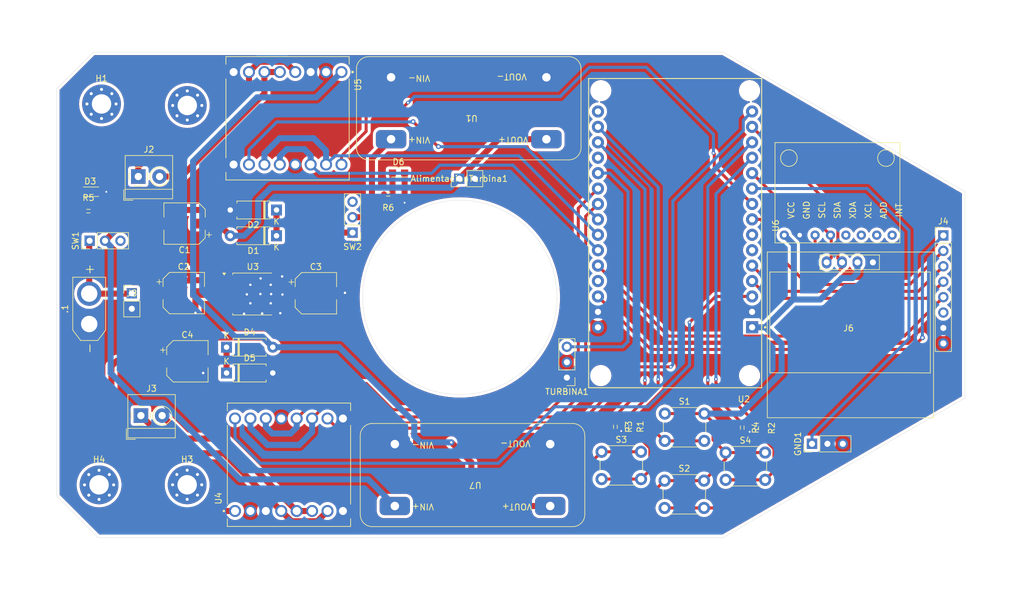
<source format=kicad_pcb>
(kicad_pcb (version 20240108) (generator "pcbnew") (generator_version "8.0")
  (layers (0 "F.Cu" signal) (31 "B.Cu" signal) (34 "B.Paste" user) (35 "F.Paste" user) (36 "B.SilkS" user "B.Silkscreen") (37 "F.SilkS" user "F.Silkscreen") (38 "B.Mask" user) (39 "F.Mask" user) (44 "Edge.Cuts" user))
  (net 0 "")
  (net 1 "VIN M")
  (net 2 "GND")
  (net 3 "VCC")
  (net 4 "+5V")
  (net 5 "VIN M2")
  (net 6 "Net-(D1-K)")
  (net 7 "Net-(D4-K)")
  (net 8 "SIGNAL")
  (net 9 "OUT A1")
  (net 10 "OUT A2")
  (net 11 "OUT B1")
  (net 12 "OUT B2")
  (net 13 "B")
  (net 14 "A")
  (net 15 "D")
  (net 16 "analog")
  (net 17 "DigRead")
  (net 18 "C")
  (net 19 "SDA")
  (net 20 "SCL")
  (net 21 "+3.3V")
  (net 22 "+7.5V")
  (net 23 "BTN 1")
  (net 24 "BTN 2")
  (net 25 "BTN 3")
  (net 26 "BTN 4")
  (net 28 "PWM T")
  (net 29 "MOTOR B2")
  (net 32 "PWM_B1")
  (net 33 "PWM_A1")
  (net 34 "MOTOR A1")
  (net 35 "MOTOR B1")
  (net 37 "PWM_A2")
  (net 39 "MOTOR A2")
  (net 40 "PWM_B2")
  (net 41 "GPIO 12")
  (net 46 "Net-(D3-A)")
  (net 47 "Net-(D6-A)")
  (net 48 "Ve")
  (footprint "digikey-kicad-library-master:0603" (layer "F.Cu") (at 193.07 118.32 -90)
    (property "Reference" "R2")
    (property "Value" "10K")
  )
  (footprint "MT3608:MT3608-Module" (layer "F.Cu") (at 164.74 117.54 180)
    (property "Reference" "U7")
    (property "Value" "~")
  )
  (footprint "Connector_PinHeader_2.54mm:PinHeader_1x03_P2.54mm_Vertical" (layer "F.Cu") (at 83.15 87.43 90)
    (property "Reference" "SW1")
    (property "Value" "SW_SPDT")
  )
  (footprint "Capacitor_SMD:CP_Elec_6.3x5.9" (layer "F.Cu") (at 98.66 96.05)
    (property "Reference" "C2")
    (property "Value" "0.33  ")
  )
  (footprint "Capacitor_SMD:CP_Elec_6.3x5.9" (layer "F.Cu") (at 99.26 107.29)
    (property "Reference" "C4")
    (property "Value" "100 μF ")
  )
  (footprint "SSD1306:128x64OLED" (layer "F.Cu") (at 208.21 101.59)
    (property "Reference" "J6")
    (property "Value" "Conn_01x04")
  )
  (footprint "Button_Switch_THT:SW_PUSH_6mm_H5mm" (layer "F.Cu") (at 177.93 115.91)
    (property "Reference" "S1")
    (property "Value" "GPTS203211B")
  )
  (footprint "MT3608:MT3608-Module" (layer "F.Cu") (at 164.12 57.1 180)
    (property "Reference" "U1")
    (property "Value" "~")
  )
  (footprint "Connector_PinHeader_2.54mm:PinHeader_1x02_P2.54mm_Vertical" (layer "F.Cu") (at 144.055 77.2 90)
    (property "Reference" "AlimentacionTurbina1")
    (property "Value" "~")
  )
  (footprint "Diode_THT:D_A-405_P7.62mm_Horizontal" (layer "F.Cu") (at 105.71 109.22)
    (property "Reference" "D5")
    (property "Value" "D_Zener")
  )
  (footprint "digikey-kicad-library-master:0603" (layer "F.Cu") (at 171.69 118.07 -90)
    (property "Reference" "R1")
    (property "Value" "10K")
  )
  (footprint "Connector_PinHeader_2.54mm:PinHeader_1x03_P2.54mm_Vertical" (layer "F.Cu") (at 161.79 109.98 180)
    (property "Reference" "TURBINA1")
    (property "Value" "turbina")
  )
  (footprint "TerminalBlock_4Ucon:TerminalBlock_4Ucon_1x02_P3.50mm_Horizontal" (layer "F.Cu") (at 91.17 76.85)
    (property "Reference" "J2")
    (property "Value" "MOTOR A")
  )
  (footprint "digikey-kicad-library-master:0603" (layer "F.Cu") (at 169.79 118.09 -90)
    (property "Reference" "R3")
    (property "Value" "10K")
  )
  (footprint "MountingHole:MountingHole_3.2mm_M3_Pad_Via" (layer "F.Cu") (at 84.702944 127.652944)
    (property "Reference" "H4")
    (property "Value" "MountingHole")
  )
  (footprint "digikey-kicad-library-master:0603" (layer "F.Cu") (at 132.36 79.78 180)
    (property "Reference" "R6")
    (property "Value" "10K")
  )
  (footprint "Connector_PinHeader_2.54mm:PinHeader_1x03_P2.54mm_Vertical" (layer "F.Cu") (at 126.47 86.09 180)
    (property "Reference" "SW2")
    (property "Value" "SW_SPDT")
  )
  (footprint "LED_SMD:LED_miniPLCC_2315_Handsoldering" (layer "F.Cu") (at 83.25 79.38 180)
    (property "Reference" "D3")
    (property "Value" "LED")
  )
  (footprint "Package_TO_SOT_SMD:TO-252-2" (layer "F.Cu") (at 110.05 96.2125)
    (property "Reference" "U3")
    (property "Value" "LM7805")
  )
  (footprint "Button_Switch_THT:SW_PUSH_6mm_H5mm" (layer "F.Cu") (at 187.96 122.33)
    (property "Reference" "S4")
    (property "Value" "GPTS203211B")
  )
  (footprint "Connector_PinHeader_2.54mm:PinHeader_1x02_P2.54mm_Vertical" (layer "F.Cu") (at 90.1 96.095)
    (property "Reference" "J8")
    (property "Value" "~")
  )
  (footprint "Capacitor_SMD:CP_Elec_6.3x5.9" (layer "F.Cu") (at 98.79 84.6 180)
    (property "Reference" "C1")
    (property "Value" "100 μF ")
  )
  (footprint "MountingHole:MountingHole_3.2mm_M3_Pad_Via" (layer "F.Cu") (at 99.24 65.14)
    (property "Reference" "H2")
    (property "Value" "MountingHole")
  )
  (footprint "MountingHole:MountingHole_3.2mm_M3_Pad_Via" (layer "F.Cu") (at 85.11 64.89)
    (property "Reference" "H1")
    (property "Value" "MountingHole")
  )
  (footprint "digikey-kicad-library-master:0603" (layer "F.Cu") (at 190.68 118.22 -90)
    (property "Reference" "R4")
    (property "Value" "10K")
  )
  (footprint "digikey-kicad-library-master:0603" (layer "F.Cu") (at 82.95 82.55)
    (property "Reference" "R5")
    (property "Value" "10K")
  )
  (footprint "LED_SMD:LED_miniPLCC_2315_Handsoldering" (layer "F.Cu") (at 134.05 76.19 180)
    (property "Reference" "D6")
    (property "Value" "LED")
  )
  (footprint "usini_sensors:module_mpu6050" (layer "F.Cu") (at 215.387 86.505 90)
    (property "Reference" "U6")
    (property "Value" "module_mpu6050")
  )
  (footprint "Diode_THT:D_A-405_P7.62mm_Horizontal" (layer "F.Cu") (at 113.94 86.61 180)
    (property "Reference" "D1")
    (property "Value" "D_Zener")
  )
  (footprint "Connector_PinHeader_2.54mm:PinHeader_1x03_P2.54mm_Vertical" (layer "F.Cu") (at 202.18 120.89 90)
    (property "Reference" "GND1")
    (property "Value" "+5V")
  )
  (footprint "Diode_THT:D_A-405_P7.62mm_Horizontal" (layer "F.Cu") (at 105.71 104.97)
    (property "Reference" "D4")
    (property "Value" "D_Zener")
  )
  (footprint "Connector_AMASS:AMASS_XT30U-F_1x02_P5.0mm_Vertical" (layer "F.Cu") (at 83.08 101.15 90)
    (property "Reference" ".1")
    (property "Value" "XT30PW-M")
  )
  (footprint "ROB-14450:MODULE_ROB-14450" (layer "F.Cu") (at 115.76 67.25 -90)
    (property "Reference" "U5")
    (property "Value" "ROB-14450")
  )
  (footprint "Button_Switch_THT:SW_PUSH_6mm_H5mm" (layer "F.Cu") (at 167.51 122.2)
    (property "Reference" "S3")
    (property "Value" "GPTS203211B")
  )
  (footprint "Capacitor_SMD:CP_Elec_6.3x5.9" (layer "F.Cu") (at 120.43 96.08)
    (property "Reference" "C3")
    (property "Value" "0.1 ")
  )
  (footprint "Diode_THT:D_A-405_P7.62mm_Horizontal" (layer "F.Cu") (at 113.94 82.36 180)
    (property "Reference" "D2")
    (property "Value" "D_Zener")
  )
  (footprint "ESP32-DEVKIT-V1:MODULE_ESP32_DEVKIT_V1" (layer "F.Cu") (at 179.61 86.175 180)
    (property "Reference" "U2")
    (property "Value" "ESP32-DEVKIT-V1")
  )
  (footprint "MountingHole:MountingHole_3.2mm_M3_Pad_Via" (layer "F.Cu") (at 99.22 127.64)
    (property "Reference" "H3")
    (property "Value" "MountingHole")
  )
  (footprint "Button_Switch_THT:SW_PUSH_6mm_H5mm" (layer "F.Cu") (at 177.89 126.96)
    (property "Reference" "S2")
    (property "Value" "GPTS203211B")
  )
  (footprint "TerminalBlock_4Ucon:TerminalBlock_4Ucon_1x02_P3.50mm_Horizontal" (layer "F.Cu") (at 91.6 116.24)
    (property "Reference" "J3")
    (property "Value" "MOTOR B")
  )
  (footprint "ROB-14450:MODULE_ROB-14450" (layer "F.Cu") (at 115.9966 124.34 90)
    (property "Reference" "U4")
    (property "Value" "ROB-14450")
  )
  (footprint "Connector_PinHeader_2.54mm:PinHeader_1x08_P2.54mm_Vertical" (layer "F.Cu") (at 223.82 86.56)
    (property "Reference" "J4")
    (property "Value" "Conn_01x08")
  )
  (gr_line (start 77.694398 62.385602) (end 77.694398 129.49) (stroke (width 0.05)) (layer "Edge.Cuts"))
  (gr_line (start 227.387169 113.34) (end 227.387169 79.34) (stroke (width 0.05)) (layer "Edge.Cuts"))
  (gr_line (start 187.55 136.34) (end 227.387169 113.34) (stroke (width 0.05)) (layer "Edge.Cuts"))
  (gr_line (start 227.387169 79.34) (end 187.55 56.34) (stroke (width 0.05)) (layer "Edge.Cuts"))
  (gr_line (start 83.74 56.34) (end 77.694398 62.385602) (stroke (width 0.05)) (layer "Edge.Cuts"))
  (gr_line (start 187.55 56.34) (end 83.74 56.34) (stroke (width 0.05)) (layer "Edge.Cuts"))
  (gr_line (start 84.54 136.34) (end 77.694284 129.494284) (stroke (width 0.05)) (layer "Edge.Cuts"))
  (gr_line (start 187.55 136.34) (end 84.54 136.34) (stroke (width 0.05)) (layer "Edge.Cuts"))
  (gr_circle (center 144.15 96.77) (end 144.15 112.78) (stroke (width 0.05)) (fill none) (layer "Edge.Cuts"))
  (segment (start 158.42 70.7) (end 150.555 70.7) (width 1) (layer "F.Cu") (net 1))
  (segment (start 104.31 84.6) (end 106.32 86.61) (width 1) (layer "F.Cu") (net 1))
  (segment (start 101.59 84.6) (end 104.31 84.6) (width 1) (layer "F.Cu") (net 1))
  (segment (start 150.555 70.7) (end 144.055 77.2) (width 1) (layer "F.Cu") (net 1))
  (segment (start 110.91 84.31) (end 110.91 80.81) (width 1) (layer "B.Cu") (net 1))
  (segment (start 106.32 86.61) (end 108.61 86.61) (width 1) (layer "B.Cu") (net 1))
  (segment (start 108.61 86.61) (end 110.91 84.31) (width 1) (layer "B.Cu") (net 1))
  (segment (start 113.04 78.68) (end 142.575 78.68) (width 1) (layer "B.Cu") (net 1))
  (segment (start 142.575 78.68) (end 144.055 77.2) (width 1) (layer "B.Cu") (net 1))
  (segment (start 110.91 80.81) (end 113.04 78.68) (width 1) (layer "B.Cu") (net 1))
  (segment (start 85.89 79.38) (end 85.9 79.37) (width 0.5) (layer "F.Cu") (net 2))
  (segment (start 100.584 96.926) (end 100.584 99.314) (width 1) (layer "F.Cu") (net 2))
  (segment (start 169.81 118.77) (end 169.79 118.79) (width 0.5) (layer "F.Cu") (net 2))
  (segment (start 102.06 109.014) (end 101.854 109.22) (width 1) (layer "F.Cu") (net 2))
  (segment (start 125.154 96.08) (end 125.222 96.012) (width 1) (layer "F.Cu") (net 2))
  (segment (start 95.99 84.6) (end 98.23 82.36) (width 1) (layer "F.Cu") (net 2))
  (segment (start 123.23 96.08) (end 125.154 96.08) (width 1) (layer "F.Cu") (net 2))
  (segment (start 191.9 118.92) (end 192.97 118.92) (width 0.5) (layer "F.Cu") (net 2))
  (segment (start 102.06 107.29) (end 102.06 109.014) (width 1) (layer "F.Cu") (net 2))
  (segment (start 171.69 118.77) (end 169.81 118.77) (width 0.5) (layer "F.Cu") (net 2))
  (segment (start 98.23 82.36) (end 106.32 82.36) (width 1) (layer "F.Cu") (net 2))
  (segment (start 190.68 118.92) (end 191.9 118.92) (width 0.5) (layer "F.Cu") (net 2))
  (segment (start 84.25 79.38) (end 85.89 79.38) (width 0.5) (layer "F.Cu") (net 2))
  (segment (start 101.46 96.05) (end 100.584 96.926) (width 1) (layer "F.Cu") (net 2))
  (segment (start 135.05 81.16) (end 135.05 76.19) (width 1) (layer "F.Cu") (net 2))
  (segment (start 192.97 118.92) (end 193.07 119.02) (width 0.5) (layer "F.Cu") (net 2))
  (via (at 113.06 96.22) (size 0.8) (drill 0.4) (layers "F.Cu" "B.Cu") (net 2))
  (via (at 112.985 97.7375) (size 0.8) (drill 0.4) (layers "F.Cu" "B.Cu") (net 2))
  (via (at 108.6 99.46) (size 0.8) (drill 0.4) (layers "F.Cu" "B.Cu") (net 2))
  (via (at 111.58 99.42) (size 0.8) (drill 0.4) (layers "F.Cu" "B.Cu") (net 2))
  (via (at 114.57 99.37) (size 0.8) (drill 0.4) (layers "F.Cu" "B.Cu") (net 2))
  (via (at 109.635 94.6875) (size 0.8) (drill 0.4) (layers "F.Cu" "B.Cu") (net 2))
  (via (at 191.9 118.92) (size 0.6) (drill 0.3) (layers "F.Cu" "B.Cu") (net 2))
  (via (at 111.32 93.64) (size 0.8) (drill 0.4) (layers "F.Cu" "B.Cu") (net 2))
  (via (at 111.29 96.21) (size 0.8) (drill 0.4) (layers "F.Cu" "B.Cu") (net 2))
  (via (at 114.87 93.31) (size 0.8) (drill 0.4) (layers "F.Cu" "B.Cu") (net 2))
  (via (at 112.985 94.6875) (size 0.8) (drill 0.4) (layers "F.Cu" "B.Cu") (net 2))
  (via (at 125.222 96.012) (size 0.8) (drill 0.4) (layers "F.Cu" "B.Cu") (net 2))
  (via (at 85.9 79.37) (size 0.6) (drill 0.3) (layers "F.Cu" "B.Cu") (net 2))
  (via (at 114.92 96.29) (size 0.8) (drill 0.4) (layers "F.Cu" "B.Cu") (net 2))
  (via (at 135.05 81.16) (size 0.6) (drill 0.3) (layers "F.Cu" "B.Cu") (net 2))
  (via (at 170.74 118.79) (size 0.6) (drill 0.3) (layers "F.Cu" "B.Cu") (net 2))
  (via (at 109.05 96.27) (size 0.8) (drill 0.4) (layers "F.Cu" "B.Cu") (net 2))
  (via (at 109.635 97.7375) (size 0.8) (drill 0.4) (layers "F.Cu" "B.Cu") (net 2))
  (via (at 100.584 99.314) (size 0.8) (drill 0.4) (layers "F.Cu" "B.Cu") (net 2))
  (via (at 101.854 109.22) (size 0.8) (drill 0.4) (layers "F.Cu" "B.Cu") (net 2))
  (segment (start 99.8695 93.9325) (end 105.01 93.9325) (width 1) (layer "F.Cu") (net 3))
  (segment (start 120.36 86.09) (end 126.47 86.09) (width 1) (layer "F.Cu") (net 3))
  (segment (start 85.69 87.43) (end 88.538 84.582) (width 1) (layer "F.Cu") (net 3))
  (segment (start 99.822 93.98) (end 99.8695 93.9325) (width 1) (layer "F.Cu") (net 3))
  (segment (start 105.01 93.33) (end 107.55 90.79) (width 1) (layer "F.Cu") (net 3))
  (segment (start 95.86 96.05) (end 97.69 94.22) (width 1) (layer "F.Cu") (net 3))
  (segment (start 107.55 90.79) (end 115.66 90.79) (width 1) (layer "F.Cu") (net 3))
  (segment (start 104.9625 93.98) (end 105.01 93.9325) (width 1) (layer "F.Cu") (net 3))
  (segment (start 115.66 90.79) (end 120.36 86.09) (width 1) (layer "F.Cu") (net 3))
  (segment (start 97.69 94.21) (end 97.92 93.98) (width 1) (layer "F.Cu") (net 3))
  (segment (start 97.69 94.22) (end 97.69 94.21) (width 1) (layer "F.Cu") (net 3))
  (segment (start 105.01 93.9325) (end 105.01 93.33) (width 1) (layer "F.Cu") (net 3))
  (segment (start 91.262 84.582) (end 99.822 93.142) (width 1) (layer "F.Cu") (net 3))
  (segment (start 88.538 84.582) (end 91.262 84.582) (width 1) (layer "F.Cu") (net 3))
  (segment (start 99.822 93.142) (end 99.822 93.98) (width 1) (layer "F.Cu") (net 3))
  (segment (start 97.92 93.98) (end 99.822 93.98) (width 1) (layer "F.Cu") (net 3))
  (segment (start 107.95 126.746) (end 95.334 114.13) (width 1) (layer "B.Cu") (net 3))
  (segment (start 95.334 114.13) (end 91.502944 114.13) (width 1) (layer "B.Cu") (net 3))
  (segment (start 86.614 88.354) (end 85.69 87.43) (width 1) (layer "B.Cu") (net 3))
  (segment (start 86.614 109.241056) (end 86.614 88.354) (width 1) (layer "B.Cu") (net 3))
  (segment (start 129.046 126.746) (end 107.95 126.746) (width 1) (layer "B.Cu") (net 3))
  (segment (start 91.502944 114.13) (end 86.614 109.241056) (width 1) (layer "B.Cu") (net 3))
  (segment (start 133.44 131.14) (end 129.046 126.746) (width 1) (layer "B.Cu") (net 3))
  (segment (start 87.65 107.21) (end 96.38 107.21) (width 1) (layer "F.Cu") (net 5))
  (segment (start 146.05 128.016) (end 149.174 131.14) (width 1) (layer "F.Cu") (net 5))
  (segment (start 86.74 108.12) (end 87.65 107.21) (width 1) (layer "F.Cu") (net 5))
  (segment (start 96.38 107.21) (end 96.46 107.29) (width 1) (layer "F.Cu") (net 5))
  (segment (start 149.174 131.14) (end 159.04 131.14) (width 1) (layer "F.Cu") (net 5))
  (segment (start 86.72 117.82) (end 86.72 117.19) (width 1) (layer "F.Cu") (net 5))
  (segment (start 107.1066 131.96) (end 96.64 131.96) (width 1) (layer "F.Cu") (net 5))
  (segment (start 86.74 117.17) (end 86.74 108.12) (width 1) (layer "F.Cu") (net 5))
  (segment (start 111.73 103.37) (end 113.33 104.97) (width 1) (layer "F.Cu") (net 5))
  (segment (start 89.7 120.8) (end 86.72 117.82) (width 1) (layer "F.Cu") (net 5))
  (segment (start 86.72 117.19) (end 86.74 117.17) (width 1) (layer "F.Cu") (net 5))
  (segment (start 142.748 120.65) (end 146.05 123.952) (width 1) (layer "F.Cu") (net 5))
  (segment (start 96.46 107.29) (end 100.38 103.37) (width 1) (layer "F.Cu") (net 5))
  (segment (start 100.38 103.37) (end 111.73 103.37) (width 1) (layer "F.Cu") (net 5))
  (segment (start 89.7 125.02) (end 89.7 120.8) (width 1) (layer "F.Cu") (net 5))
  (segment (start 146.05 123.952) (end 146.05 128.016) (width 1) (layer "F.Cu") (net 5))
  (segment (start 96.64 131.96) (end 89.7 125.02) (width 1) (layer "F.Cu") (net 5))
  (via (at 142.748 120.65) (size 0.8) (drill 0.4) (layers "F.Cu" "B.Cu") (net 5))
  (segment (start 100.2 96.34) (end 100.2 74.34) (width 1) (layer "B.Cu") (net 5))
  (segment (start 137.668 120.65) (end 136.64 119.622) (width 1) (layer "B.Cu") (net 5))
  (segment (start 120.48 63.8) (end 124.65 59.63) (width 1) (layer "B.Cu") (net 5))
  (segment (start 107.13 103.27) (end 100.2 96.34) (width 1) (layer "B.Cu") (net 5))
  (segment (start 111.63 103.27) (end 107.13 103.27) (width 1) (layer "B.Cu") (net 5))
  (segment (start 136.64 119.622) (end 136.64 117.336) (width 1) (layer "B.Cu") (net 5))
  (segment (start 100.2 74.34) (end 110.74 63.8) (width 1) (layer "B.Cu") (net 5))
  (segment (start 110.74 63.8) (end 120.48 63.8) (width 1) (layer "B.Cu") (net 5))
  (segment (start 142.748 120.65) (end 137.668 120.65) (width 1) (layer "B.Cu") (net 5))
  (segment (start 136.64 117.336) (end 124.274 104.97) (width 1) (layer "B.Cu") (net 5))
  (segment (start 124.274 104.97) (end 113.33 104.97) (width 1) (layer "B.Cu") (net 5))
  (segment (start 113.33 104.97) (end 111.63 103.27) (width 1) (layer "B.Cu") (net 5))
  (segment (start 113.94 86.61) (end 113.94 82.36) (width 1) (layer "F.Cu") (net 6))
  (segment (start 105.71 104.97) (end 105.71 109.22) (width 1) (layer "F.Cu") (net 7))
  (segment (start 211.26 78.83) (end 218.16 85.73) (width 0.5) (layer "B.Cu") (net 8))
  (segment (start 218.16 85.73) (end 218.16 103.56) (width 0.5) (layer "B.Cu") (net 8))
  (segment (start 192.31 78.83) (end 211.26 78.83) (width 0.5) (layer "B.Cu") (net 8))
  (segment (start 218.16 103.56) (end 202.18 119.54) (width 0.5) (layer "B.Cu") (net 8))
  (segment (start 202.18 119.54) (end 202.18 120.89) (width 0.5) (layer "B.Cu") (net 8))
  (segment (start 115.34 57.94) (end 117.03 59.63) (width 1) (layer "F.Cu") (net 9))
  (segment (start 109.41 62.13) (end 97.75 73.79) (width 1) (layer "F.Cu") (net 9))
  (segment (start 109.41 59.63) (end 109.41 62.13) (width 1) (layer "F.Cu") (net 9))
  (segment (start 111.1 57.94) (end 115.34 57.94) (width 1) (layer "F.Cu") (net 9))
  (segment (start 109.41 59.63) (end 111.1 57.94) (width 1) (layer "F.Cu") (net 9))
  (segment (start 91.17 75.19) (end 91.17 76.85) (width 1) (layer "F.Cu") (net 9))
  (segment (start 92.57 73.79) (end 91.17 75.19) (width 1) (layer "F.Cu") (net 9))
  (segment (start 97.75 73.79) (end 92.57 73.79) (width 1) (layer "F.Cu") (net 9))
  (segment (start 111.95 59.63) (end 111.95 63.17) (width 1) (layer "F.Cu") (net 10))
  (segment (start 111.95 59.63) (end 114.49 59.63) (width 1) (layer "F.Cu") (net 10))
  (segment (start 111.95 63.17) (end 98.27 76.85) (width 1) (layer "F.Cu") (net 10))
  (segment (start 98.27 76.85) (end 94.67 76.85) (width 1) (layer "F.Cu") (net 10))
  (segment (start 105.22 122.4534) (end 114.7266 131.96) (width 1) (layer "F.Cu") (net 11))
  (segment (start 105.22 122.39) (end 105.22 122.4534) (width 1) (layer "F.Cu") (net 11))
  (segment (start 97.8134 122.4534) (end 91.6 116.24) (width 1) (layer "F.Cu") (net 11))
  (segment (start 116.4166 133.65) (end 120.6566 133.65) (width 1) (layer "F.Cu") (net 11))
  (segment (start 114.7266 131.96) (end 116.4166 133.65) (width 1) (layer "F.Cu") (net 11))
  (segment (start 120.6566 133.65) (end 122.3466 131.96) (width 1) (layer "F.Cu") (net 11))
  (segment (start 105.22 122.4534) (end 97.8134 122.4534) (width 1) (layer "F.Cu") (net 11))
  (segment (start 105.2166 120.03) (end 105.2766 119.97) (width 1) (layer "F.Cu") (net 12))
  (segment (start 117.2666 131.96) (end 119.8066 131.96) (width 1) (layer "F.Cu") (net 12))
  (segment (start 95.1 116.24) (end 98.89 120.03) (width 1) (layer "F.Cu") (net 12))
  (segment (start 105.2766 119.97) (end 117.2666 131.96) (width 1) (layer "F.Cu") (net 12))
  (segment (start 98.89 120.03) (end 105.2166 120.03) (width 1) (layer "F.Cu") (net 12))
  (segment (start 219.69 95.77) (end 196.55 95.77) (width 0.5) (layer "F.Cu") (net 13))
  (segment (start 223.82 91.64) (end 219.69 95.77) (width 0.5) (layer "F.Cu") (net 13))
  (segment (start 196.55 95.77) (end 192.31 91.53) (width 0.5) (layer "F.Cu") (net 13))
  (segment (start 195.16 96.92) (end 192.31 94.07) (width 0.5) (layer "F.Cu") (net 14))
  (segment (start 221.08 96.92) (end 195.16 96.92) (width 0.5) (layer "F.Cu") (net 14))
  (segment (start 223.82 94.18) (end 221.08 96.92) (width 0.5) (layer "F.Cu") (net 14))
  (segment (start 175.64 105.34) (end 166.91 96.61) (width 0.5) (layer "F.Cu") (net 15))
  (segment (start 220.37 103.41) (end 218.44 105.34) (width 0.5) (layer "F.Cu") (net 15))
  (segment (start 218.44 105.34) (end 175.64 105.34) (width 0.5) (layer "F.Cu") (net 15))
  (via (at 220.37 103.41) (size 0.8) (drill 0.4) (layers "F.Cu" "B.Cu") (net 15))
  (segment (start 220.37 90.01) (end 220.37 103.41) (width 0.5) (layer "B.Cu") (net 15))
  (segment (start 223.82 86.56) (end 220.37 90.01) (width 0.5) (layer "B.Cu") (net 15))
  (segment (start 217.4 103.14) (end 178.52 103.14) (width 0.5) (layer "F.Cu") (net 17))
  (segment (start 223.82 96.72) (end 217.4 103.14) (width 0.5) (layer "F.Cu") (net 17))
  (segment (start 178.52 103.14) (end 166.91 91.53) (width 0.5) (layer "F.Cu") (net 17))
  (segment (start 218.29 94.63) (end 201.47 94.63) (width 0.5) (layer "F.Cu") (net 18))
  (segment (start 193.68 83.91) (end 192.31 83.91) (width 0.5) (layer "F.Cu") (net 18))
  (segment (start 195.02 88.18) (end 195.02 85.25) (width 0.5) (layer "F.Cu") (net 18))
  (segment (start 195.02 85.25) (end 193.68 83.91) (width 0.5) (layer "F.Cu") (net 18))
  (segment (start 201.47 94.63) (end 195.02 88.18) (width 0.5) (layer "F.Cu") (net 18))
  (segment (start 223.82 89.1) (end 218.29 94.63) (width 0.5) (layer "F.Cu") (net 18))
  (segment (start 200.63 84.61) (end 192.31 76.29) (width 0.5) (layer "F.Cu") (net 19))
  (segment (start 205.35 90.23) (end 205.35 86.628) (width 0.5) (layer "F.Cu") (net 19))
  (segment (start 205.227 86.505) (end 203.332 84.61) (width 0.5) (layer "F.Cu") (net 19))
  (segment (start 204.59 90.99) (end 205.35 90.23) (width 0.5) (layer "F.Cu") (net 19))
  (segment (start 205.35 86.628) (end 205.227 86.505) (width 0.5) (layer "F.Cu") (net 19))
  (segment (start 203.332 84.61) (end 200.63 84.61) (width 0.5) (layer "F.Cu") (net 19))
  (segment (start 205.94 93.03) (end 204.09 93.03) (width 0.5) (layer "F.Cu") (net 20))
  (segment (start 207.13 90.99) (end 206.439 90.299) (width 0.5) (layer "F.Cu") (net 20))
  (segment (start 206.439 90.299) (end 206.439 82.799) (width 0.5) (layer "F.Cu") (net 20))
  (segment (start 207.13 91.84) (end 205.94 93.03) (width 0.5) (layer "F.Cu") (net 20))
  (segment (start 206.439 82.799) (end 192.31 68.67) (width 0.5) (layer "F.Cu") (net 20))
  (segment (start 202.687 91.627) (end 202.687 86.505) (width 0.5) (layer "F.Cu") (net 20))
  (segment (start 207.13 90.99) (end 207.13 91.84) (width 0.5) (layer "F.Cu") (net 20))
  (segment (start 204.09 93.03) (end 202.687 91.627) (width 0.5) (layer "F.Cu") (net 20))
  (segment (start 194.46 122.33) (end 187.96 122.33) (width 0.5) (layer "F.Cu") (net 21))
  (segment (start 184.39 126.96) (end 187.96 123.39) (width 0.5) (layer "F.Cu") (net 21))
  (segment (start 185.88 120.25) (end 187.96 122.33) (width 0.5) (layer "F.Cu") (net 21))
  (segment (start 167.51 122.2) (end 165.55 124.16) (width 0.5) (layer "F.Cu") (net 21))
  (segment (start 175.94 128.91) (end 177.89 126.96) (width 0.5) (layer "F.Cu") (net 21))
  (segment (start 187.96 123.39) (end 187.96 122.33) (width 0.5) (layer "F.Cu") (net 21))
  (segment (start 166.94 128.91) (end 175.94 128.91) (width 0.5) (layer "F.Cu") (net 21))
  (segment (start 167.51 122.2) (end 174.01 122.2) (width 0.5) (layer "F.Cu") (net 21))
  (segment (start 184.43 115.91) (end 184.43 115.92) (width 0.5) (layer "F.Cu") (net 21))
  (segment (start 177.93 115.91) (end 184.43 115.91) (width 0.5) (layer "F.Cu") (net 21))
  (segment (start 177.89 126.96) (end 184.39 126.96) (width 0.5) (layer "F.Cu") (net 21))
  (segment (start 165.55 124.16) (end 165.55 127.52) (width 0.5) (layer "F.Cu") (net 21))
  (segment (start 184.43 115.92) (end 185.88 117.37) (width 0.5) (layer "F.Cu") (net 21))
  (segment (start 185.88 117.37) (end 185.88 120.25) (width 0.5) (layer "F.Cu") (net 21))
  (segment (start 165.55 127.52) (end 166.94 128.91) (width 0.5) (layer "F.Cu") (net 21))
  (segment (start 209.67 90.99) (end 209.67 92.77) (width 1) (layer "B.Cu") (net 21))
  (segment (start 197.17 109.16) (end 197.17 104.39) (width 1) (layer "B.Cu") (net 21))
  (segment (start 209.67 92.77) (end 208.86 93.58) (width 1) (layer "B.Cu") (net 21))
  (segment (start 197.915 98.245) (end 199.05 97.11) (width 1) (layer "B.Cu") (net 21))
  (segment (start 207.08 93.58) (end 208.86 93.58) (width 1) (layer "B.Cu") (net 21))
  (segment (start 197.17 104.39) (end 194.47 101.69) (width 1) (layer "B.Cu") (net 21))
  (segment (start 203.55 97.11) (end 207.08 93.58) (width 1) (layer "B.Cu") (net 21))
  (segment (start 199.19 88.088) (end 197.607 86.505) (width 1) (layer "B.Cu") (net 21))
  (segment (start 192.31 101.69) (end 194.47 101.69) (width 1) (layer "B.Cu") (net 21))
  (segment (start 184.43 115.91) (end 190.42 115.91) (width 1) (layer "B.Cu") (net 21))
  (segment (start 190.42 115.91) (end 197.17 109.16) (width 1) (layer "B.Cu") (net 21))
  (segment (start 199.05 97.11) (end 203.55 97.11) (width 1) (layer "B.Cu") (net 21))
  (segment (start 194.47 101.69) (end 197.915 98.245) (width 1) (layer "B.Cu") (net 21))
  (segment (start 199.19 96.97) (end 199.19 88.088) (width 1) (layer "B.Cu") (net 21))
  (segment (start 197.915 98.245) (end 199.19 96.97) (width 1) (layer "B.Cu") (net 21))
  (segment (start 83.08 96.15) (end 90.045 96.15) (width 1) (layer "F.Cu") (net 22))
  (segment (start 83.08 96.15) (end 83.08 87.5) (width 1) (layer "F.Cu") (net 22))
  (segment (start 90.045 96.15) (end 90.1 96.095) (width 1) (layer "F.Cu") (net 22))
  (segment (start 83.08 87.5) (end 83.15 87.43) (width 1) (layer "F.Cu") (net 22))
  (segment (start 171.69 116.57) (end 176.7 111.56) (width 0.5) (layer "F.Cu") (net 23))
  (segment (start 171.69 117.37) (end 171.69 116.57) (width 0.5) (layer "F.Cu") (net 23))
  (segment (start 177.85 120.41) (end 174.81 117.37) (width 0.5) (layer "F.Cu") (net 23))
  (segment (start 176.82 111.44) (end 176.82 110.19) (width 0.5) (layer "F.Cu") (net 23))
  (segment (start 176.7 111.56) (end 176.82 111.44) (width 0.5) (layer "F.Cu") (net 23))
  (segment (start 174.81 117.37) (end 171.69 117.37) (width 0.5) (layer "F.Cu") (net 23))
  (segment (start 177.93 120.41) (end 184.43 120.41) (width 0.5) (layer "F.Cu") (net 23))
  (segment (start 177.93 120.41) (end 177.85 120.41) (width 0.5) (layer "F.Cu") (net 23))
  (via (at 176.85 110.26) (size 0.6) (drill 0.3) (layers "F.Cu" "B.Cu") (net 23))
  (segment (start 176.85 78.61) (end 176.85 110.26) (width 0.5) (layer "B.Cu") (net 23))
  (segment (start 166.91 68.67) (end 176.85 78.61) (width 0.5) (layer "B.Cu") (net 23))
  (segment (start 193.82 117.62) (end 193.07 117.62) (width 0.5) (layer "F.Cu") (net 24))
  (segment (start 186.35 110.9) (end 186.35 110.83) (width 0.5) (layer "F.Cu") (net 24))
  (segment (start 184.39 131.46) (end 192.262305 131.46) (width 0.5) (layer "F.Cu") (net 24))
  (segment (start 197.104 120.904) (end 193.82 117.62) (width 0.5) (layer "F.Cu") (net 24))
  (segment (start 177.89 131.46) (end 184.39 131.46) (width 0.5) (layer "F.Cu") (net 24))
  (segment (start 193.07 117.62) (end 186.35 110.9) (width 0.5) (layer "F.Cu") (net 24))
  (segment (start 197.104 126.618305) (end 197.104 120.904) (width 0.5) (layer "F.Cu") (net 24))
  (segment (start 186.35 110.83) (end 186.35 110.19) (width 0.5) (layer "F.Cu") (net 24))
  (segment (start 192.262305 131.46) (end 197.104 126.618305) (width 0.5) (layer "F.Cu") (net 24))
  (via (at 186.35 110.24) (size 0.6) (drill 0.3) (layers "F.Cu" "B.Cu") (net 24))
  (segment (start 186.35 110.24) (end 186.35 79.71) (width 0.5) (layer "B.Cu") (net 24))
  (segment (start 186.35 79.71) (end 192.31 73.75) (width 0.5) (layer "B.Cu") (net 24))
  (segment (start 167.51 126.7) (end 174.01 126.7) (width 0.5) (layer "F.Cu") (net 25))
  (segment (start 175.46 121.6) (end 173.41 119.55) (width 0.5) (layer "F.Cu") (net 25))
  (segment (start 173.41 119.55) (end 168.95 119.55) (width 0.5) (layer "F.Cu") (net 25))
  (segment (start 169.79 117.39) (end 169.79 116.27) (width 0.5) (layer "F.Cu") (net 25))
  (segment (start 175.46 125.25) (end 175.46 121.6) (width 0.5) (layer "F.Cu") (net 25))
  (segment (start 168.93 118.25) (end 169.79 117.39) (width 0.5) (layer "F.Cu") (net 25))
  (segment (start 168.95 119.55) (end 168.93 119.53) (width 0.5) (layer "F.Cu") (net 25))
  (segment (start 174.65 111.41) (end 174.65 110.43) (width 0.5) (layer "F.Cu") (net 25))
  (segment (start 169.79 116.27) (end 174.65 111.41) (width 0.5) (layer "F.Cu") (net 25))
  (segment (start 168.93 119.53) (end 168.93 118.25) (width 0.5) (layer "F.Cu") (net 25))
  (segment (start 174.01 126.7) (end 175.46 125.25) (width 0.5) (layer "F.Cu") (net 25))
  (via (at 174.65 110.43) (size 0.6) (drill 0.3) (layers "F.Cu" "B.Cu") (net 25))
  (segment (start 166.91 71.21) (end 174.65 78.95) (width 0.5) (layer "B.Cu") (net 25))
  (segment (start 174.65 78.95) (end 174.65 110.43) (width 0.5) (layer "B.Cu") (net 25))
  (segment (start 195.91 121.72) (end 194.332 120.142) (width 0.5) (layer "F.Cu") (net 26))
  (segment (start 194.46 126.83) (end 195.91 125.38) (width 0.5) (layer "F.Cu") (net 26))
  (segment (start 187.96 126.83) (end 192.01061 126.83) (width 0.5) (layer "F.Cu") (net 26))
  (segment (start 190.302 120.142) (end 189.83 119.67) (width 0.5) (layer "F.Cu") (net 26))
  (segment (start 189.83 119.67) (end 189.83 118.37) (width 0.5) (layer "F.Cu") (net 26))
  (segment (start 195.91 125.38) (end 195.91 121.72) (width 0.5) (layer "F.Cu") (net 26))
  (segment (start 194.332 120.142) (end 190.302 120.142) (width 0.5) (layer "F.Cu") (net 26))
  (segment (start 187.96 126.83) (end 194.46 126.83) (width 0.5) (layer "F.Cu") (net 26))
  (segment (start 189.83 118.37) (end 190.68 117.52) (width 0.5) (layer "F.Cu") (net 26))
  (segment (start 190.68 117.52) (end 185 111.84) (width 0.5) (layer "F.Cu") (net 26))
  (segment (start 185 111.84) (end 185 110.34) (width 0.5) (layer "F.Cu") (net 26))
  (via (at 185.01 110.39) (size 0.6) (drill 0.3) (layers "F.Cu" "B.Cu") (net 26))
  (segment (start 185.01 78.51) (end 192.31 71.21) (width 0.5) (layer "B.Cu") (net 26))
  (segment (start 185.01 110.39) (end 185.01 78.51) (width 0.5) (layer "B.Cu") (net 26))
  (segment (start 166.91 76.29) (end 168.82 76.29) (width 0.5) (layer "B.Cu") (net 28))
  (segment (start 171.87 104.02) (end 170.99 104.9) (width 0.5) (layer "B.Cu") (net 28))
  (segment (start 168.82 76.29) (end 171.87 79.34) (width 0.5) (layer "B.Cu") (net 28))
  (segment (start 170.99 104.9) (end 161.79 104.9) (width 0.5) (layer "B.Cu") (net 28))
  (segment (start 171.87 79.34) (end 171.87 104.02) (width 0.5) (layer "B.Cu") (net 28))
  (segment (start 164.89 111.89) (end 164.89 83.39) (width 0.5) (layer "F.Cu") (net 29))
  (segment (start 127.36 112.59) (end 131.23 116.46) (width 0.5) (layer "F.Cu") (net 29))
  (segment (start 160.32 116.46) (end 164.89 111.89) (width 0.5) (layer "F.Cu") (net 29))
  (segment (start 164.89 83.39) (end 166.91 81.37) (width 0.5) (layer "F.Cu") (net 29))
  (segment (start 119.8066 116.72) (end 123.9366 112.59) (width 0.5) (layer "F.Cu") (net 29))
  (segment (start 123.9366 112.59) (end 127.36 112.59) (width 0.5) (layer "F.Cu") (net 29))
  (segment (start 131.23 116.46) (end 160.32 116.46) (width 0.5) (layer "F.Cu") (net 29))
  (segment (start 109.6466 118.2666) (end 112.45 121.07) (width 1) (layer "B.Cu") (net 29))
  (segment (start 112.45 121.07) (end 117.67 121.07) (width 1) (layer "B.Cu") (net 29))
  (segment (start 119.8066 118.9334) (end 119.8066 116.72) (width 1) (layer "B.Cu") (net 29))
  (segment (start 117.67 121.07) (end 119.8066 118.9334) (width 1) (layer "B.Cu") (net 29))
  (segment (start 109.6466 116.72) (end 109.6466 118.2666) (width 1) (layer "B.Cu") (net 29))
  (segment (start 182 100.89) (end 186.28 96.61) (width 0.5) (layer "F.Cu") (net 32))
  (segment (start 186.28 96.61) (end 192.31 96.61) (width 0.5) (layer "F.Cu") (net 32))
  (via (at 182 100.89) (size 0.6) (drill 0.3) (layers "F.Cu" "B.Cu") (net 32))
  (segment (start 175.15 114.79) (end 182 107.94) (width 0.5) (layer "B.Cu") (net 32))
  (segment (start 107.1066 119.9366) (end 111.27 124.1) (width 0.5) (layer "B.Cu") (net 32))
  (segment (start 182 107.94) (end 182 100.89) (width 0.5) (layer "B.Cu") (net 32))
  (segment (start 159.81 114.79) (end 175.15 114.79) (width 0.5) (layer "B.Cu") (net 32))
  (segment (start 107.1066 116.72) (end 107.1066 119.9366) (width 0.5) (layer "B.Cu") (net 32))
  (segment (start 150.5 124.1) (end 159.81 114.79) (width 0.5) (layer "B.Cu") (net 32))
  (segment (start 111.27 124.1) (end 150.5 124.1) (width 0.5) (layer "B.Cu") (net 32))
  (segment (start 135.6 64.66) (end 134.06 66.2) (width 0.5) (layer "F.Cu") (net 33))
  (segment (start 129.54 66.2) (end 128.71 67.03) (width 0.5) (layer "F.Cu") (net 33))
  (segment (start 186.08 73.12) (end 186.08 75.14) (width 0.5) (layer "F.Cu") (net 33))
  (segment (start 185.94 72.98) (end 186.08 73.12) (width 0.5) (layer "F.Cu") (net 33))
  (segment (start 128.71 67.03) (end 128.71 69.409929) (width 0.5) (layer "F.Cu") (net 33))
  (segment (start 124.65 73.469929) (end 124.65 74.87) (width 0.5) (layer "F.Cu") (net 33))
  (segment (start 186.08 75.14) (end 192.31 81.37) (width 0.5) (layer "F.Cu") (net 33))
  (segment (start 128.71 69.409929) (end 124.65 73.469929) (width 0.5) (layer "F.Cu") (net 33))
  (segment (start 134.06 66.2) (end 129.54 66.2) (width 0.5) (layer "F.Cu") (net 33))
  (via (at 185.94 72.98) (size 0.6) (drill 0.3) (layers "F.Cu" "B.Cu") (net 33))
  (via (at 135.6 64.66) (size 0.6) (drill 0.3) (layers "F.Cu" "B.Cu") (net 33))
  (segment (start 185.94 69.91) (end 185.94 72.98) (width 0.5) (layer "B.Cu") (net 33))
  (segment (start 165.49 58.86) (end 174.89 58.86) (width 0.5) (layer "B.Cu") (net 33))
  (segment (start 160.74 63.65) (end 160.74 63.61) (width 0.5) (layer "B.Cu") (net 33))
  (segment (start 174.89 58.86) (end 185.94 69.91) (width 0.5) (layer "B.Cu") (net 33))
  (segment (start 136.68 63.65) (end 160.74 63.65) (width 0.5) (layer "B.Cu") (net 33))
  (segment (start 135.6 64.66) (end 135.67 64.66) (width 0.5) (layer "B.Cu") (net 33))
  (segment (start 135.67 64.66) (end 136.68 63.65) (width 0.5) (layer "B.Cu") (net 33))
  (segment (start 160.74 63.61) (end 165.49 58.86) (width 0.5) (layer "B.Cu") (net 33))
  (segment (start 140.82 74.98) (end 152.9 74.98) (width 0.5) (layer "B.Cu") (net 34))
  (segment (start 152.9 74.98) (end 166.91 88.99) (width 0.5) (layer "B.Cu") (net 34))
  (segment (start 139.49 76.31) (end 140.82 74.98) (width 0.5) (layer "B.Cu") (net 34))
  (segment (start 118.52 72.34) (end 115.63 72.34) (width 1) (layer "B.Cu") (net 34))
  (segment (start 119.57 74.87) (end 121.01 76.31) (width 0.5) (layer "B.Cu") (net 34))
  (segment (start 119.57 73.39) (end 118.52 72.34) (width 1) (layer "B.Cu") (net 34))
  (segment (start 119.57 74.87) (end 119.57 73.39) (width 1) (layer "B.Cu") (net 34))
  (segment (start 114.49 73.48) (end 114.49 74.87) (width 1) (layer "B.Cu") (net 34))
  (segment (start 121.01 76.31) (end 139.49 76.31) (width 0.5) (layer "B.Cu") (net 34))
  (segment (start 115.63 72.34) (end 114.49 73.48) (width 1) (layer "B.Cu") (net 34))
  (segment (start 133.07 115.27) (end 159.1 115.27) (width 0.5) (layer "F.Cu") (net 35))
  (segment (start 128.77 110.97) (end 133.07 115.27) (width 0.5) (layer "F.Cu") (net 35))
  (segment (start 163.67 82.07) (end 166.91 78.83) (width 0.5) (layer "F.Cu") (net 35))
  (segment (start 117.2666 116.72) (end 123.0166 110.97) (width 0.5) (layer "F.Cu") (net 35))
  (segment (start 159.1 115.27) (end 163.67 110.7) (width 0.5) (layer "F.Cu") (net 35))
  (segment (start 163.67 110.7) (end 163.67 82.07) (width 0.5) (layer "F.Cu") (net 35))
  (segment (start 123.0166 110.97) (end 128.77 110.97) (width 0.5) (layer "F.Cu") (net 35))
  (segment (start 117.2666 116.72) (end 117.2666 118.1834) (width 1) (layer "B.Cu") (net 35))
  (segment (start 113.26 119.19) (end 112.1866 118.1166) (width 1) (layer "B.Cu") (net 35))
  (segment (start 116.26 119.19) (end 113.26 119.19) (width 1) (layer "B.Cu") (net 35))
  (segment (start 112.1866 118.1166) (end 112.1866 116.72) (width 1) (layer "B.Cu") (net 35))
  (segment (start 117.2666 118.1834) (end 116.26 119.19) (width 1) (layer "B.Cu") (net 35))
  (segment (start 140.56 71.92) (end 140.63 71.92) (width 0.5) (layer "F.Cu") (net 37))
  (segment (start 136.45 67.81) (end 140.56 71.92) (width 0.5) (layer "F.Cu") (net 37))
  (via (at 136.45 67.81) (size 0.8) (drill 0.4) (layers "F.Cu" "B.Cu") (net 37))
  (via (at 140.63 71.92) (size 0.8) (drill 0.4) (layers "F.Cu" "B.Cu") (net 37))
  (segment (start 154.93 71.93) (end 166.91 83.91) (width 0.5) (layer "B.Cu") (net 37))
  (segment (start 113.99 67.85) (end 136.41 67.85) (width 0.5) (layer "B.Cu") (net 37))
  (segment (start 136.41 67.85) (end 136.45 67.81) (width 0.5) (layer "B.Cu") (net 37))
  (segment (start 109.41 72.43) (end 113.99 67.85) (width 0.5) (layer "B.Cu") (net 37))
  (segment (start 109.41 74.87) (end 109.41 72.43) (width 0.5) (layer "B.Cu") (net 37))
  (segment (start 140.62 71.93) (end 154.93 71.93) (width 0.5) (layer "B.Cu") (net 37))
  (segment (start 114.47 70.54) (end 120.07 70.54) (width 1) (layer "B.Cu") (net 39))
  (segment (start 123.55 73.43) (end 153.89 73.43) (width 0.5) (layer "B.Cu") (net 39))
  (segment (start 122.11 74.87) (end 123.55 73.43) (width 0.5) (layer "B.Cu") (net 39))
  (segment (start 111.95 74.87) (end 111.95 73.06) (width 1) (layer "B.Cu") (net 39))
  (segment (start 120.07 70.54) (end 122.11 72.58) (width 1) (layer "B.Cu") (net 39))
  (segment (start 153.89 73.43) (end 166.91 86.45) (width 0.5) (layer "B.Cu") (net 39))
  (segment (start 111.95 73.06) (end 114.47 70.54) (width 1) (layer "B.Cu") (net 39))
  (segment (start 122.11 72.58) (end 122.11 74.87) (width 1) (layer "B.Cu") (net 39))
  (segment (start 178.91 108.204) (end 173.196661 108.204) (width 0.5) (layer "F.Cu") (net 40))
  (segment (start 123.9466 118.32) (end 122.3466 116.72) (width 0.5) (layer "F.Cu") (net 40))
  (segment (start 163.080661 118.32) (end 123.9466 118.32) (width 0.5) (layer "F.Cu") (net 40))
  (segment (start 173.196661 108.204) (end 163.080661 118.32) (width 0.5) (layer "F.Cu") (net 40))
  (via (at 178.91 108.204) (size 0.6) (drill 0.3) (layers "F.Cu" "B.Cu") (net 40))
  (segment (start 179.25 107.864) (end 179.25 80.88061) (width 0.5) (layer "B.Cu") (net 40))
  (segment (start 178.91 108.204) (end 179.25 107.864) (width 0.5) (layer "B.Cu") (net 40))
  (segment (start 190.86 69.27061) (end 190.86 67.58) (width 0.5) (layer "B.Cu") (net 40))
  (segment (start 190.86 67.58) (end 192.31 66.13) (width 0.5) (layer "B.Cu") (net 40))
  (segment (start 179.25 80.88061) (end 190.86 69.27061) (width 0.5) (layer "B.Cu") (net 40))
  (segment (start 82.25 79.38) (end 82.25 82.55) (width 0.5) (layer "F.Cu") (net 46))
  (segment (start 133.05 79.77) (end 133.06 79.78) (width 1) (layer "F.Cu") (net 47))
  (segment (start 133.05 76.19) (end 133.05 79.77) (width 1) (layer "F.Cu") (net 47))
  (segment (start 129.67 82.4) (end 129.67 73.85) (width 1) (layer "F.Cu") (net 48))
  (segment (start 126.47 83.55) (end 128.52 83.55) (width 1) (layer "F.Cu") (net 48))
  (segment (start 128.52 83.55) (end 131.66 80.41) (width 1) (layer "F.Cu") (net 48))
  (segment (start 129.67 73.85) (end 132.82 70.7) (width 1) (layer "F.Cu") (net 48))
  (segment (start 131.66 80.41) (end 131.66 79.78) (width 1) (layer "F.Cu") (net 48))
  (segment (start 128.52 83.55) (end 129.67 82.4) (width 1) (layer "F.Cu") (net 48))
  (zone (net 2) (net_name "GND") (layer "F.Cu") (priority 2) (connect_pads yes (clearance 0.5)) (min_thickness 0.25) (fill yes (thermal_gap 0.5) (thermal_bridge_width 0.5))
    (polygon (pts (xy 107.87 99.71) (xy 107.87 93.06) (xy 107.99 92.94) (xy 115.14 92.94) (xy 115.11 99.69) (xy 114.65 99.7)))
  )
  (zone (net 4) (net_name "+5V") (layer "F.Cu") (connect_pads yes (clearance 0.5)) (min_thickness 0.25) (fill yes (thermal_gap 0.5) (thermal_bridge_width 0.5))
    (polygon (pts (xy 68.38 47.76) (xy 233.58 47.76) (xy 233.58 144.83) (xy 232.05 146.36) (xy 70.41 146.36) (xy 68.38 144.33)))
  )
  (zone (net 2) (net_name "GND") (layer "B.Cu") (priority 1) (connect_pads yes (clearance 0.5)) (min_thickness 0.25) (fill yes (thermal_gap 0.5) (thermal_bridge_width 0.5))
    (polygon (pts (xy 174.32 146.06) (xy 230.68 146.27) (xy 233.58 144.58) (xy 233.58 47.76) (xy 68.38 47.76) (xy 68.38 144.33) (xy 70.41 146.36) (xy 167.51 146.36) (xy 174.32 146.27)))
  )
)
</source>
